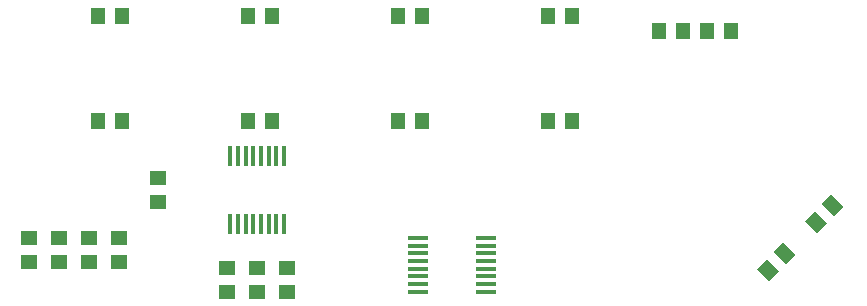
<source format=gbp>
G04 ---------------------------- Layer name :BOTTOM PASTER LAYER*
G04 EasyEDA v5.8.22, Tue, 08 Jan 2019 20:33:26 GMT*
G04 129acfe98f9248dba87738b5e980386f*
G04 Gerber Generator version 0.2*
G04 Scale: 100 percent, Rotated: No, Reflected: No *
G04 Dimensions in inches *
G04 leading zeros omitted , absolute positions ,2 integer and 4 decimal *
%FSLAX24Y24*%
%MOIN*%
G90*
G70D02*

%ADD19R,0.057870X0.045670*%
%ADD20R,0.045670X0.057870*%
%ADD30R,0.071000X0.016000*%
%ADD31R,0.016000X0.071000*%

%LPD*%
G54D30*
G01X18639Y3894D03*
G01X18639Y3634D03*
G01X18639Y3384D03*
G01X18639Y3125D03*
G01X18639Y2865D03*
G01X18639Y2615D03*
G01X18639Y2355D03*
G01X18639Y2105D03*
G01X16360Y2105D03*
G01X16360Y2355D03*
G01X16360Y2615D03*
G01X16360Y2865D03*
G01X16360Y3125D03*
G01X16360Y3384D03*
G01X16360Y3634D03*
G01X16360Y3894D03*
G54D31*
G01X11894Y4359D03*
G01X11635Y4359D03*
G01X11385Y4359D03*
G01X11125Y4359D03*
G01X10864Y4359D03*
G01X10614Y4359D03*
G01X10355Y4359D03*
G01X10105Y4359D03*
G01X10105Y6640D03*
G01X10355Y6640D03*
G01X10614Y6640D03*
G01X10864Y6640D03*
G01X11125Y6640D03*
G01X11385Y6640D03*
G01X11635Y6640D03*
G01X11894Y6640D03*
G36*
G01X28539Y3748D02*
G01X28217Y3426D01*
G01X28626Y3017D01*
G01X28948Y3340D01*
G01X28539Y3748D01*
G37*
G36*
G01X27973Y3182D02*
G01X27651Y2859D01*
G01X28060Y2451D01*
G01X28382Y2773D01*
G01X27973Y3182D01*
G37*
G36*
G01X29660Y4051D02*
G01X29982Y4373D01*
G01X29573Y4782D01*
G01X29251Y4459D01*
G01X29660Y4051D01*
G37*
G36*
G01X30226Y4617D02*
G01X30548Y4940D01*
G01X30139Y5348D01*
G01X29817Y5026D01*
G01X30226Y4617D01*
G37*
G54D20*
G01X26000Y10800D03*
G01X26800Y10800D03*
G01X25200Y10800D03*
G01X24400Y10800D03*
G54D19*
G01X3400Y3099D03*
G01X3400Y3899D03*
G01X4400Y3099D03*
G01X4400Y3899D03*
G01X5400Y3099D03*
G01X5400Y3899D03*
G01X6400Y3099D03*
G01X6400Y3899D03*
G01X12000Y2099D03*
G01X12000Y2899D03*
G01X11000Y2099D03*
G01X11000Y2899D03*
G01X10000Y2099D03*
G01X10000Y2899D03*
G01X7700Y5099D03*
G01X7700Y5899D03*
G54D20*
G01X21500Y7800D03*
G01X20700Y7800D03*
G01X16500Y7800D03*
G01X15700Y7800D03*
G01X6500Y7800D03*
G01X5700Y7800D03*
G01X11500Y7800D03*
G01X10700Y7800D03*
G01X21500Y11300D03*
G01X20700Y11300D03*
G01X16500Y11300D03*
G01X15700Y11300D03*
G01X11500Y11300D03*
G01X10700Y11300D03*
G01X6500Y11300D03*
G01X5700Y11300D03*
M00*
M02*

</source>
